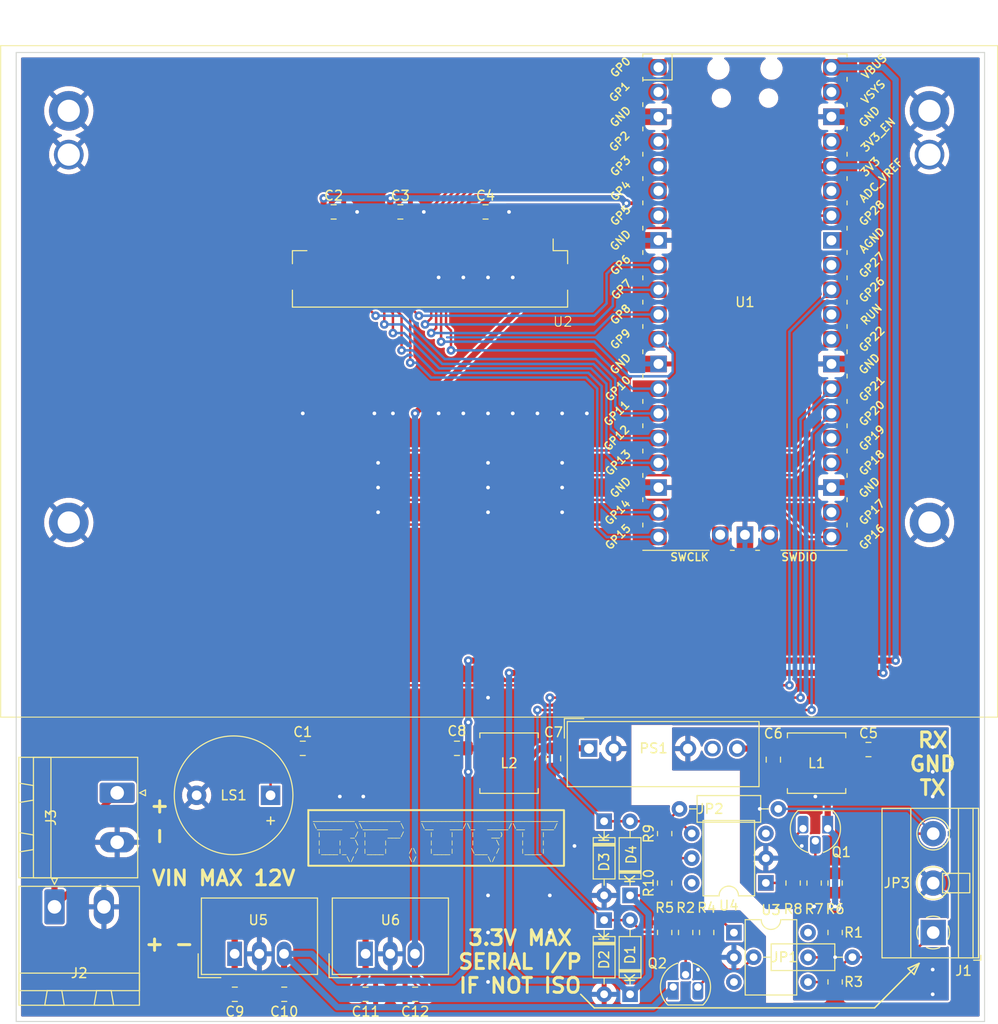
<source format=kicad_pcb>
(kicad_pcb (version 20221018) (generator pcbnew)
  (layers (0 "F.Cu" signal) (31 "B.Cu" signal) (34 "B.Paste" user) (35 "F.Paste" user) (36 "B.SilkS" user "B.Silkscreen") (37 "F.SilkS" user "F.Silkscreen") (38 "B.Mask" user) (39 "F.Mask" user) (44 "Edge.Cuts" user))
  (net 0 "")
  (net 1 "GND")
  (net 2 "/CON_RX")
  (net 3 "/CON_TX")
  (net 6 "+12V")
  (net 8 "/BLPWM")
  (net 12 "/HRV_VRV")
  (net 14 "+3V3")
  (net 16 "/RED4")
  (net 17 "/RED3")
  (net 18 "/RED2")
  (net 19 "/RED1")
  (net 20 "/RED0")
  (net 21 "/GREEN4")
  (net 22 "/GREEN3")
  (net 23 "/GREEN2")
  (net 24 "/GREEN1")
  (net 25 "/GREEN0")
  (net 26 "/BLUE4")
  (net 27 "/BLUE3")
  (net 28 "/BLUE2")
  (net 29 "/BLUE1")
  (net 30 "/BLUE0")
  (net 31 "/PCLK")
  (net 32 "/VSYNC")
  (net 33 "/HSYNC")
  (net 35 "+5V")
  (net 36 "/BEEPER")
  (net 37 "/DEN")
  (net 44 "GNDREF")
  (net 45 "/TX_ISO")
  (net 46 "Net-(PS1-+VOUT)")
  (net 47 "Net-(PS1-+VIN)")
  (net 48 "Net-(R10-Pad2)")
  (net 50 "+12P")
  (net 51 "+BATT")
  (net 52 "Net-(Q2-B)")
  (net 53 "Net-(Q1-B)")
  (net 54 "Net-(Q1-E)")
  (net 55 "/RX_ISO")
  (net 56 "Net-(Q2-E)")
  (net 57 "Net-(R8-Pad2)")
  (net 58 "Net-(R4-Pad2)")
  (net 59 "Net-(R1-Pad2)")
  (net 66 "/PON")
  (footprint "MCU_RaspberryPi_and_Boards:RPi_Pico_SMD_TH" (layer "F.Cu") (at 102.616 50.8)
    (fp_text reference "U1")
    (fp_text value "Pico")
  )
  (footprint "Resistor_SMD:R_0805_2012Metric_Pad1.20x1.40mm_HandSolder" (layer "F.Cu") (at 107.569 110.49 -90)
    (fp_text reference "R8")
    (fp_text value "220")
  )
  (footprint "Diode_THT:D_DO-35_SOD27_P7.62mm_Horizontal" (layer "F.Cu") (at 90.805 111.76 90)
    (fp_text reference "D3")
    (fp_text value "1N914")
  )
  (footprint "Diode_THT:D_DO-35_SOD27_P7.62mm_Horizontal" (layer "F.Cu") (at 90.805 121.92 90)
    (fp_text reference "D1")
    (fp_text value "1N914")
  )
  (footprint "Buzzer_Beeper:Buzzer_12x9.5RM7.6" (layer "F.Cu") (at 53.838 101.473 180)
    (fp_text reference "LS1")
    (fp_text value "Piezo Buzzer")
  )
  (footprint "Resistor_SMD:R_0805_2012Metric_Pad1.20x1.40mm_HandSolder" (layer "F.Cu") (at 111.887 115.57 -90)
    (fp_text reference "R1")
    (fp_text value "4K8")
  )
  (footprint "Connector_Phoenix_MSTB:PhoenixContact_MSTBA_2,5_2-G-5,08_1x02_P5.08mm_Horizontal" (layer "F.Cu") (at 38.0675 101.219 -90)
    (fp_text reference "J3")
    (fp_text value "Power_2")
  )
  (footprint "Capacitor_SMD:C_0805_2012Metric_Pad1.18x1.45mm_HandSolder" (layer "F.Cu") (at 55.245 121.92 180)
    (fp_text reference "C10")
    (fp_text value "100nF")
  )
  (footprint "Resistor_THT:R_Axial_DIN0207_L6.3mm_D2.5mm_P10.16mm_Horizontal" (layer "F.Cu") (at 106.045 102.87 180)
    (fp_text reference "JP2")
    (fp_text value "RX_ISO")
  )
  (footprint "Inductor_SMD:L_Coilcraft_XAL5050-XXX" (layer "F.Cu") (at 109.982 98.171 180)
    (fp_text reference "L1")
    (fp_text value "100uH")
  )
  (footprint "Capacitor_SMD:C_0805_2012Metric_Pad1.18x1.45mm_HandSolder" (layer "F.Cu") (at 75.946 41.529)
    (fp_text reference "C4")
    (fp_text value "100nF")
  )
  (footprint "Resistor_SMD:R_0805_2012Metric_Pad1.20x1.40mm_HandSolder" (layer "F.Cu") (at 94.361 105.41 -90)
    (fp_text reference "R9")
    (fp_text value "10K")
  )
  (footprint "Resistor_SMD:R_0805_2012Metric_Pad1.20x1.40mm_HandSolder" (layer "F.Cu") (at 111.887 120.65 -90)
    (fp_text reference "R3")
    (fp_text value "10K")
  )
  (footprint "Resistor_SMD:R_0805_2012Metric_Pad1.20x1.40mm_HandSolder" (layer "F.Cu") (at 94.361 110.49 90)
    (fp_text reference "R10")
    (fp_text value "4K8")
  )
  (footprint "Capacitor_SMD:C_0805_2012Metric_Pad1.18x1.45mm_HandSolder" (layer "F.Cu") (at 63.6055 121.92)
    (fp_text reference "C11")
    (fp_text value "100nF")
  )
  (footprint "Capacitor_SMD:C_0805_2012Metric_Pad1.18x1.45mm_HandSolder" (layer "F.Cu") (at 50.165 121.92)
    (fp_text reference "C9")
    (fp_text value "100nF")
  )
  (footprint "Connector_Phoenix_MSTB:PhoenixContact_MSTBA_2,5_2-G-5,08_1x02_P5.08mm_Horizontal" (layer "F.Cu") (at 31.623 112.9355)
    (fp_text reference "J2")
    (fp_text value "Power_1")
  )
  (footprint "Capacitor_SMD:C_0805_2012Metric_Pad1.18x1.45mm_HandSolder" (layer "F.Cu") (at 73.0035 96.647 180)
    (fp_text reference "C8")
    (fp_text value "100nF")
  )
  (footprint "Converter_DCDC:Converter_DCDC_TRACO_TSR-1_THT" (layer "F.Cu") (at 50.1455 117.7605)
    (fp_text reference "U5")
    (fp_text value "TSR_1-2450")
  )
  (footprint "Resistor_SMD:R_0805_2012Metric_Pad1.20x1.40mm_HandSolder" (layer "F.Cu") (at 111.887 110.49 -90)
    (fp_text reference "R6")
    (fp_text value "10K")
  )
  (footprint "Capacitor_SMD:C_0805_2012Metric_Pad1.18x1.45mm_HandSolder" (layer "F.Cu") (at 57.15 96.647)
    (fp_text reference "C1")
    (fp_text value "100uF")
  )
  (footprint "Resistor_THT:R_Axial_DIN0207_L6.3mm_D2.5mm_P10.16mm_Horizontal" (layer "F.Cu") (at 113.665 118.11 180)
    (fp_text reference "JP1")
    (fp_text value "TX_ISO")
  )
  (footprint "Package_TO_SOT_THT:TO-92L_HandSolder" (layer "F.Cu") (at 95.238 121.17)
    (fp_text reference "Q2")
    (fp_text value "NPN")
  )
  (footprint "Capacitor_SMD:C_0805_2012Metric_Pad1.18x1.45mm_HandSolder" (layer "F.Cu") (at 115.316 96.774)
    (fp_text reference "C5")
    (fp_text value "100nF")
  )
  (footprint "Diode_THT:D_DO-35_SOD27_P7.62mm_Horizontal" (layer "F.Cu") (at 88.138 104.14 -90)
    (fp_text reference "D4")
    (fp_text value "1N914")
  )
  (footprint "Diode_THT:D_DO-35_SOD27_P7.62mm_Horizontal" (layer "F.Cu") (at 88.138 114.3 -90)
    (fp_text reference "D2")
    (fp_text value "1N914")
  )
  (footprint "LQ042:LQ042TDZ11" (layer "F.Cu") (at 33.0902 73.441)
    (fp_text reference "U2")
    (fp_text value "LQ042T5DZ11")
  )
  (footprint "Capacitor_SMD:C_0805_2012Metric_Pad1.18x1.45mm_HandSolder" (layer "F.Cu") (at 60.325 41.529)
    (fp_text reference "C2")
    (fp_text value "100nF")
  )
  (footprint "Package_TO_SOT_THT:TO-92L_HandSolder" (layer "F.Cu") (at 111.125 104.89 180)
    (fp_text reference "Q1")
    (fp_text value "NPN")
  )
  (footprint "Converter_DCDC:Converter_DCDC_TRACO_TSR-1_THT" (layer "F.Cu") (at 63.6075 117.7605)
    (fp_text reference "U6")
    (fp_text value "TSR_1-2412")
  )
  (footprint "Capacitor_SMD:C_0805_2012Metric_Pad1.18x1.45mm_HandSolder" (layer "F.Cu") (at 82.931 97.6845 -90)
    (fp_text reference "C7")
    (fp_text value "100nF")
  )
  (footprint "Resistor_SMD:R_0805_2012Metric_Pad1.20x1.40mm_HandSolder" (layer "F.Cu") (at 96.52 115.57 -90)
    (fp_text reference "R2")
    (fp_text value "10K")
  )
  (footprint "Jumper:SolderJumper-2_P1.3mm_Open_TrianglePad1.0x1.5mm" (layer "F.Cu") (at 124.333 110.49)
    (fp_text reference "JP3")
    (fp_text value "GND_ISO")
  )
  (footprint "Resistor_SMD:R_0805_2012Metric_Pad1.20x1.40mm_HandSolder" (layer "F.Cu") (at 98.679 115.57 90)
    (fp_text reference "R4")
    (fp_text value "220")
  )
  (footprint "Capacitor_SMD:C_0805_2012Metric_Pad1.18x1.45mm_HandSolder" (layer "F.Cu") (at 68.707 121.92 180)
    (fp_text reference "C12")
    (fp_text value "100nF")
  )
  (footprint "Inductor_SMD:L_Coilcraft_XAL5050-XXX" (layer "F.Cu") (at 78.359 98.171 180)
    (fp_text reference "L2")
    (fp_text value "100uH")
  )
  (footprint "Converter_DCDC:Converter_DCDC_Murata_MGJ2DxxxxxxSC_THT" (layer "F.Cu") (at 86.5845 96.6735)
    (fp_text reference "PS1")
    (fp_text value "MGJ2D051515SC")
  )
  (footprint "Resistor_SMD:R_0805_2012Metric_Pad1.20x1.40mm_HandSolder" (layer "F.Cu") (at 94.361 115.57 90)
    (fp_text reference "R5")
    (fp_text value "100K")
  )
  (footprint "TerminalBlock_Phoenix:TerminalBlock_Phoenix_MKDS-1,5-3-5.08_1x03_P5.08mm_Horizontal" (layer "F.Cu") (at 121.971 115.575 90)
    (fp_text reference "J1")
    (fp_text value "SERIAL")
  )
  (footprint "Package_DIP:DIP-6_W7.62mm" (layer "F.Cu") (at 104.765 110.475 180)
    (fp_text reference "U4")
    (fp_text value "4N25")
  )
  (footprint "Capacitor_SMD:C_0805_2012Metric_Pad1.18x1.45mm_HandSolder" (layer "F.Cu") (at 67.183 41.529)
    (fp_text reference "C3")
    (fp_text value "100nF")
  )
  (footprint "Resistor_SMD:R_0805_2012Metric_Pad1.20x1.40mm_HandSolder" (layer "F.Cu") (at 109.728 110.49 -90)
    (fp_text reference "R7")
    (fp_text value "100K")
  )
  (footprint "Capacitor_SMD:C_0805_2012Metric_Pad1.18x1.45mm_HandSolder" (layer "F.Cu") (at 105.537 97.8115 -90)
    (fp_text reference "C6")
    (fp_text value "100nF")
  )
  (footprint "Package_DIP:DIP-6_W7.62mm" (layer "F.Cu") (at 101.483 115.585)
    (fp_text reference "U3")
    (fp_text value "4N25")
  )
  (gr_line (start 87.122 123.317) (end 115.951 123.317) (stroke (width 0.1524)) (layer "F.SilkS"))
  (gr_line (start 120.523 118.745) (end 119.38 119.253) (stroke (width 0.1524)) (layer "F.SilkS"))
  (gr_line (start 120.015 119.888) (end 120.523 118.745) (stroke (width 0.1524)) (layer "F.SilkS"))
  (gr_line (start 85.725 121.92) (end 87.122 123.317) (stroke (width 0.1524)) (layer "F.SilkS"))
  (gr_line (start 115.951 123.317) (end 120.523 118.745) (stroke (width 0.1524)) (layer "F.SilkS"))
  (gr_line (start 119.38 119.253) (end 120.015 119.888) (stroke (width 0.1524)) (layer "F.SilkS"))
  (gr_line (start 127.254 25.146) (end 127.254 124.714) (stroke (width 0.1)) (layer "Edge.Cuts"))
  (gr_line (start 27.686 124.714) (end 27.686 25.146) (stroke (width 0.1)) (layer "Edge.Cuts"))
  (gr_line (start 27.686 25.146) (end 127.254 25.146) (stroke (width 0.1)) (layer "Edge.Cuts"))
  (gr_line (start 127.254 124.714) (end 27.686 124.714) (stroke (width 0.1)) (layer "Edge.Cuts"))
  (gr_text "+ -" (at 43.434 117.602) (layer "F.SilkS") (effects (font (size 1.524 1.524) (thickness 0.3048) bold) (justify bottom)))
  (gr_text "VIN MAX 12V" (at 49.022 110.871) (layer "F.SilkS") (effects (font (size 1.524 1.524) (thickness 0.3048) bold) (justify bottom)))
  (gr_text "3.3V MAX\nSERIAL I/P\nIF NOT ISO" (at 79.502 121.92) (layer "F.SilkS") (effects (font (size 1.524 1.524) (thickness 0.3048) bold) (justify bottom)))
  (gr_text "RX\nGND\nTX" (at 121.92 101.6) (layer "F.SilkS") (effects (font (size 1.524 1.524) (thickness 0.3048) bold) (justify bottom)))
  (gr_text "+ -" (at 41.656 104.14 -90) (layer "F.SilkS") (effects (font (size 1.524 1.524) (thickness 0.3048) bold) (justify bottom)))
  (gr_text_box "__________ __________     _________________________________\n\\______   \\\\______   \\    \\__    ___/\\_   _____/\\__    ___/\n |       _/ |     ___/      |    |    |    __)    |    |   \n |    |   \\ |    |          |    |    |     \\     |    |   \n |____|_  / |____|     /\\   |____|    \\___  /     |____|   \n        \\/             \\/                 \\/               " (start 57.7215 102.997) (end 84.0105 108.712) (layer "F.SilkS") (effects (font (size 0.508 0.508) (thickness 0.0635) bold) (justify left top)) (stroke (width 0.2)))
  (segment (start 61.485 41.6515) (end 61.3625 41.529) (width 0.254) (layer "F.Cu") (net 1))
  (segment (start 66.1475 121.7735) (end 66.294 121.92) (width 0.254) (layer "F.Cu") (net 1))
  (segment (start 64.643 121.92) (end 66.294 121.92) (width 0.254) (layer "F.Cu") (net 1))
  (segment (start 66.1475 117.7605) (end 66.1475 121.7735) (width 0.254) (layer "F.Cu") (net 1))
  (segment (start 52.6855 121.9005) (end 52.705 121.92) (width 0.254) (layer "F.Cu") (net 1))
  (segment (start 76.9835 41.529) (end 78.359 41.529) (width 0.254) (layer "F.Cu") (net 1))
  (segment (start 51.2025 121.92) (end 52.705 121.92) (width 0.254) (layer "F.Cu") (net 1))
  (segment (start 52.6855 117.7605) (end 52.6855 121.9005) (width 0.254) (layer "F.Cu") (net 1))
  (segment (start 61.3625 41.529) (end 62.738 41.529) (width 0.254) (layer "F.Cu") (net 1))
  (segment (start 58.1875 96.647) (end 71.966 96.647) (width 0.254) (layer "F.Cu") (net 1))
  (segment (start 66.294 121.92) (end 67.6695 121.92) (width 0.254) (layer "F.Cu") (net 1))
  (segment (start 76.9835 41.529) (end 75.485 43.0275) (width 0.254) (layer "F.Cu") (net 1))
  (segment (start 68.2205 41.529) (end 69.596 41.529) (width 0.254) (layer "F.Cu") (net 1))
  (segment (start 41.412 106.299) (end 46.238 101.473) (width 0.254) (layer "F.Cu") (net 1))
  (segment (start 38.0675 106.299) (end 41.412 106.299) (width 0.254) (layer "F.Cu") (net 1))
  (segment (start 75.485 43.0275) (end 75.485 44.958) (width 0.254) (layer "F.Cu") (net 1))
  (segment (start 52.705 121.92) (end 54.2075 121.92) (width 0.254) (layer "F.Cu") (net 1))
  (via (at 83.82 67.31) (size 0.889) (drill 0.381) (layers "F.Cu" "B.Cu") (net 1))
  (via (at 83.82 69.85) (size 0.889) (drill 0.381) (layers "F.Cu" "B.Cu") (net 1))
  (via (at 66.421 62.23) (size 0.889) (drill 0.381) (layers "F.Cu" "B.Cu") (net 1))
  (via (at 73.66 48.26) (size 0.889) (drill 0.381) (layers "F.Cu" "B.Cu") (net 1))
  (via (at 69.596 41.529) (size 0.889) (drill 0.381) (layers "F.Cu" "B.Cu") (net 1))
  (via (at 63.373 101.6) (size 0.889) (drill 0.381) (layers "F.Cu" "B.Cu") (net 1))
  (via (at 76.2 111.76) (size 0.889) (drill 0.381) (layers "F.Cu" "B.Cu") (net 1))
  (via (at 76.2 115.57) (size 0.889) (drill 0.381) (layers "F.Cu" "B.Cu") (net 1))
  (via (at 60.96 101.6) (size 0.889) (drill 0.381) (layers "F.Cu" "B.Cu") (net 1))
  (via (at 76.2 67.31) (size 0.889) (drill 0.381) (layers "F.Cu" "B.Cu") (net 1))
  (via (at 82.55 111.76) (size 0.889) (drill 0.381) (layers "F.Cu" "B.Cu") (net 1))
  (via (at 73.66 62.23) (size 0.889) (drill 0.381) (layers "F.Cu" "B.Cu") (net 1))
  (via (at 64.897 72.39) (size 0.889) (drill 0.381) (layers "F.Cu" "B.Cu") (net 1))
  (via (at 76.2 48.26) (size 0.889) (drill 0.381) (layers "F.Cu" "B.Cu") (net 1))
  (via (at 76.2 120.65) (size 0.889) (drill 0.381) (layers "F.Cu" "B.Cu") (net 1))
  (via (at 78.74 48.26) (size 0.889) (drill 0.381) (layers "F.Cu" "B.Cu") (net 1))
  (via (at 97.79 119.38) (size 0.889) (drill 0.381) (layers "F.Cu" "B.Cu") (net 1))
  (via (at 86.36 62.23) (size 0.889) (drill 0.381) (layers "F.Cu" "B.Cu") (net 1))
  (via (at 76.2 69.85) (size 0.889) (drill 0.381) (layers "F.Cu" "B.Cu") (net 1))
  (via (at 64.516 62.23) (size 0.889) (drill 0.381) (layers "F.Cu" "B.Cu") (net 1))
  (via (at 64.897 67.31) (size 0.889) (drill 0.381) (layers "F.Cu" "B.Cu") (net 1))
  (via (at 76.2 91.44) (size 0.889) (drill 0.381) (layers "F.Cu" "B.Cu") (net 1))
  (via (at 62.738 41.529) (size 0.889) (drill 0.381) (layers "F.Cu" "B.Cu") (net 1))
  (via (at 64.897 69.85) (size 0.889) (drill 0.381) (layers "F.Cu" "B.Cu") (net 1))
  (via (at 78.74 62.23) (size 0.889) (drill 0.381) (layers "F.Cu" "B.Cu") (net 1))
  (via (at 81.28 62.23) (size 0.889) (drill 0.381) (layers "F.Cu" "B.Cu") (net 1))
  (via (at 78.359 41.529) (size 0.889) (drill 0.381) (layers "F.Cu" "B.Cu") (net 1))
  (via (at 71.12 48.26) (size 0.889) (drill 0.381) (layers "F.Cu" "B.Cu") (net 1))
  (via (at 71.12 62.23) (size 0.889) (drill 0.381) (layers "F.Cu" "B.Cu") (net 1))
  (via (at 83.82 62.23) (size 0.889) (drill 0.381) (layers "F.Cu" "B.Cu") (net 1))
  (via (at 76.2 62.23) (size 0.889) (drill 0.381) (layers "F.Cu" "B.Cu") (net 1))
  (via (at 82.55 115.57) (size 0.889) (drill 0.381) (layers "F.Cu" "B.Cu") (net 1))
  (via (at 83.82 72.39) (size 0.889) (drill 0.381) (layers "F.Cu" "B.Cu") (net 1))
  (via (at 85.09 106.68) (size 0.889) (drill 0.381) (layers "F.Cu" "B.Cu") (net 1))
  (via (at 76.2 72.39) (size 0.889) (drill 0.381) (layers "F.Cu" "B.Cu") (net 1))
  (via (at 57.15 62.23) (size 0.889) (drill 0.381) (layers "F.Cu" "B.Cu") (net 1))
  (segment (start 90.805 104.14) (end 88.138 104.14) (width 0.254) (layer "F.Cu") (net 2))
  (segment (start 94.361 104.41) (end 96.16 104.41) (width 0.254) (layer "F.Cu") (net 2))
  (segment (start 95.901 102.87) (end 94.361 104.41) (width 0.254) (layer "F.Cu") (net 2))
  (segment (start 108.331 91.44) (end 82.55 91.44) (width 0.254) (layer "F.Cu") (net 2))
  (segment (start 94.361 104.41) (end 94.091 104.14) (width 0.254) (layer "F.Cu") (net 2))
  (segment (start 94.091 104.14) (end 90.805 104.14) (width 0.254) (layer "F.Cu") (net 2))
  (segment (start 96.16 104.41) (end 97.145 105.395) (width 0.254) (layer "F.Cu") (net 2))
  (via (at 108.331 91.44) (size 0.889) (drill 0.381) (layers "F.Cu" "B.Cu") (net 2))
  (via (at 82.55 91.44) (size 0.889) (drill 0.381) (layers "F.Cu" "B.Cu") (net 2))
  (segment (start 82.55 98.552) (end 88.138 104.14) (width 0.254) (layer "B.Cu") (net 2))
  (segment (start 82.55 91.44) (end 82.55 98.552) (width 0.254) (layer "B.Cu") (net 2))
  (segment (start 108.585 62.611) (end 108.331 62.865) (width 0.254) (layer "B.Cu") (net 2))
  (segment (start 108.331 62.865) (end 108.331 91.44) (width 0.254) (layer "B.Cu") (net 2))
  (segment (start 111.506 59.69) (end 108.585 62.611) (width 0.254) (layer "B.Cu") (net 2))
  (segment (start 99.949 118.491) (end 99.949 116.205) (width 0.254) (layer "F.Cu") (net 3))
  (segment (start 90.805 114.3) (end 88.138 114.3) (width 0.254) (layer "F.Cu") (net 3))
  (segment (start 100.838 119.38) (end 99.949 118.491) (width 0.254) (layer "F.Cu") (net 3))
  (segment (start 102.235 119.38) (end 100.838 119.38) (width 0.254) (layer "F.Cu") (net 3))
  (segment (start 99.314 115.57) (end 97.52 115.57) (width 0.254) (layer "F.Cu") (net 3))
  (segment (start 96.52 114.57) (end 95.5898 115.5002) (width 0.254) (layer "F.Cu") (net 3))
  (segment (start 92.0052 115.5002) (end 90.805 114.3) (width 0.254) (layer "F.Cu") (net 3))
  (segment (start 95.5898 115.5002) (end 92.0052 115.5002) (width 0.254) (layer "F.Cu") (net 3))
  (segment (start 97.52 115.57) (end 96.52 114.57) (width 0.254) (layer "F.Cu") (net 3))
  (segment (start 109.474 92.71) (end 81.28 92.71) (width 0.254) (layer "F.Cu") (net 3))
  (segment (start 103.505 118.11) (end 102.235 119.38) (width 0.254) (layer "F.Cu") (net 3))
  (segment (start 99.949 116.205) (end 99.314 115.57) (width 0.254) (layer "F.Cu") (net 3))
  (via (at 81.28 92.71) (size 0.889) (drill 0.381) (layers "F.Cu" "B.Cu") (net 3))
  (via (at 109.474 92.71) (size 0.889) (drill 0.381) (layers "F.Cu" "B.Cu") (net 3))
  (segment (start 81.28 107.442) (end 88.138 114.3) (width 0.254) (layer "B.Cu") (net 3))
  (segment (start 109.474 64.262) (end 109.474 92.71) (width 0.254) (layer "B.Cu") (net 3))
  (segment (start 111.506 62.23) (end 109.474 64.262) (width 0.254) (layer "B.Cu") (net 3))
  (segment (start 81.28 92.71) (end 81.28 107.442) (width 0.254) (layer "B.Cu") (net 3))
  (segment (start 111.637 101.838) (end 111.637 98.171) (width 0.635) (layer "F.Cu") (net 6))
  (segment (start 111.887 112.903) (end 111.887 114.57) (width 0.635) (layer "F.Cu") (net 6))
  (segment (start 111.903 114.554) (end 111.887 114.57) (width 0.635) (layer "F.Cu") (net 6))
  (segment (start 111.125 102.35) (end 111.637 101.838) (width 0.635) (layer "F.Cu") (net 6))
  (segment (start 111.125 104.89) (end 111.125 102.35) (width 0.635) (layer "F.Cu") (net 6))
  (segment (start 113.034 96.774) (end 114.2785 96.774) (width 0.635) (layer "F.Cu") (net 6))
  (segment (start 111.637 98.171) (end 113.034 96.774) (width 0.635) (layer "F.Cu") (net 6))
  (via (at 111.887 112.903) (size 0.889) (drill 0.381) (layers "F.Cu" "B.Cu") (net 6))
  (segment (start 111.887 105.652) (end 111.887 112.903) (width 0.635) (layer "B.Cu") (net 6))
  (segment (start 111.125 104.89) (end 111.887 105.652) (width 0.635) (layer "B.Cu") (net 6))
  (segment (start 78.485 43.816) (end 78.485 44.958) (width 0.254) (layer "F.Cu") (net 8))
  (segment (start 79.121 43.18) (end 107.95 43.18) (width 0.254) (layer "F.Cu") (net 8))
  (segment (start 107.95 43.18) (end 109.22 41.91) (width 0.254) (layer "F.Cu") (net 8))
  (segment (start 79.121 43.18) (end 78.485 43.816) (width 0.254) (layer "F.Cu") (net 8))
  (segment (start 109.22 41.91) (end 111.506 41.91) (width 0.254) (layer "F.Cu") (net 8))
  (segment (start 76.485 43.657) (end 76.962 43.18) (width 0.254) (layer "F.Cu") (net 12))
  (segment (start 75.985 44.958) (end 76.485 44.958) (width 0.254) (layer "F.Cu") (net 12))
  (segment (start 78.867 42.672) (end 90.043 42.672) (width 0.254) (layer "F.Cu") (net 12))
  (segment (start 78.359 43.18) (end 78.867 42.672) (width 0.254) (layer "F.Cu") (net 12))
  (segment (start 76.962 43.18) (end 78.359 43.18) (width 0.254) (layer "F.Cu") (net 12))
  (segment (start 90.043 42.672) (end 90.805 41.91) (width 0.254) (layer "F.Cu") (net 12))
  (segment (start 90.805 41.91) (end 93.726 41.91) (width 0.254) (layer "F.Cu") (net 12))
  (segment (start 76.485 44.958) (end 76.485 43.657) (width 0.254) (layer "F.Cu") (net 12))
  (segment (start 109.22 39.243) (end 107.823 40.64) (width 0.635) (layer "F.Cu") (net 14))
  (segment (start 116.84 88.9) (end 78.359 88.9) (width 0.635) (layer "F.Cu") (net 14))
  (segment (start 76.3055 40.132) (end 89.916 40.132) (width 0.635) (layer "F.Cu") (net 14))
  (segment (start 74.3143 42.1232) (end 74.3143 44.958) (width 0.635) (layer "F.Cu") (net 14))
  (segment (start 66.1455 41.529) (end 66.1455 40.1535) (width 0.635) (layer "F.Cu") (net 14))
  (segment (start 74.9085 41.529) (end 76.3055 40.132) (width 0.635) (layer "F.Cu") (net 14))
  (segment (start 110.236 36.83) (end 109.22 37.846) (width 0.635) (layer "F.Cu") (net 14))
  (segment (start 109.22 37.846) (end 109.22 39.243) (width 0.635) (layer "F.Cu") (net 14))
  (segment (start 90.805 111.76) (end 94.091 111.76) (width 0.254) (layer "F.Cu") (net 14))
  (segment (start 66.1455 40.0265) (end 66.167 40.005) (width 0.635) (layer "F.Cu") (net 14))
  (segment (start 90.424 40.64) (end 95.377 40.64) (width 0.381) (layer "F.Cu") (net 14))
  (segment (start 59.2875 40.0265) (end 59.309 40.005) (width 0.635) (layer "F.Cu") (net 14))
  (segment (start 94.091 111.76) (end 94.361 111.49) (width 0.254) (layer "F.Cu") (net 14))
  (segment (start 74.9085 41.529) (end 74.3143 42.1232) (width 0.635) (layer "F.Cu") (net 14))
  (segment (start 59.2875 41.529) (end 59.2875 40.1535) (width 0.635) (layer "F.Cu") (net 14))
  (segment (start 89.916 40.132) (end 90.424 40.64) (width 0.635) (layer "F.Cu") (net 14))
  (segment (start 111.506 36.83) (end 110.236 36.83) (width 0.635) (layer "F.Cu") (net 14))
  (segment (start 107.823 40.64) (end 95.377 40.64) (width 0.635) (layer "F.Cu") (net 14))
  (segment (start 59.2875 40.1535) (end 59.309 40.132) (width 0.635) (layer "F.Cu") (net 14))
  (segment (start 66.1455 40.1535) (end 66.167 40.132) (width 0.635) (layer "F.Cu") (net 14))
  (via (at 78.359 88.9) (size 0.889) (drill 0.381) (layers "F.Cu" "B.Cu") (net 14))
  (via (at 59.309 40.132) (size 0.889) (drill 0.381) (layers "F.Cu" "B.Cu") (net 14))
  (via (at 66.167 40.132) (size 0.889) (drill 0.381) (layers "F.Cu" "B.Cu") (net 14))
  (via (at 116.84 88.9) (size 0.889) (drill 0.381) (layers "F.Cu" "B.Cu") (net 14))
  (via (at 90.424 40.64) (size 0.889) (drill 0.381) (layers "F.Cu" "B.Cu") (net 14))
  (segment (start 92.71 113.665) (end 90.805 111.76) (width 0.635) (layer "B.Cu") (net 14))
  (segment (start 92.71 120.015) (end 92.71 113.665) (width 0.635) (layer "B.Cu") (net 14))
  (segment (start 115.57 36.83) (end 116.84 38.1) (width 0.635) (layer "B.Cu") (net 14))
  (segment (start 79.883 120.523) (end 89.408 120.523) (width 0.635) (layer "B.Cu") (net 14))
  (segment (start 66.167 40.132) (end 89.916 40.132) (width 0.635) (layer "B.Cu") (net 14))
  (segment (start 59.309 40.132) (end 66.167 40.132) (width 0.635) (layer "B.Cu") (net 14))
  (segment (start 78.359 118.999) (end 79.883 120.523) (width 0.635) (layer "B.Cu") (net 14))
  (segment (start 111.506 36.83) (end 115.57 36.83) (width 0.635) (layer "B.Cu") (net 14))
  (segment (start 116.84 38.1) (end 116.84 88.9) (width 0.635) (layer "B.Cu") (net 14))
  (segment (start 89.916 40.132) (end 90.424 40.64) (width 0.635) (layer "B.Cu") (net 14))
  (segment (start 90.805 121.92) (end 92.71 120.015) (width 0.635) (layer "B.Cu") (net 14))
  (segment (start 89.408 120.523) (end 90.805 121.92) (width 0.635) (layer "B.Cu") (net 14))
  (segment (start 78.359 88.9) (end 78.359 118.999) (width 0.635) (layer "B.Cu") (net 14))
  (segment (start 93.726 39.37) (end 74.699156 39.37) (width 0.254) (layer "F.Cu") (net 16))
  (segment (start 72.485 41.584156) (end 72.485 44.958) (width 0.254) (layer "F.Cu") (net 16))
  (segment (start 74.699156 39.37) (end 72.485 41.584156) (width 0.254) (layer "F.Cu") (net 16))
  (segment (start 74.509778 38.9128) (end 88.4682 38.9128) (width 0.254) (layer "F.Cu") (net 17))
  (segment (start 90.551 36.83) (end 93.726 36.83) (width 0.254) (layer "F.Cu") (net 17))
  (segment (start 88.4682 38.9128) (end 90.551 36.83) (width 0.254) (layer "F.Cu") (net 17))
  (segment (start 71.985 44.958) (end 71.985 41.437578) (width 0.254) (layer "F.Cu") (net 17))
  (segment (start 71.985 41.437578) (end 74.509778 38.9128) (width 0.254) (layer "F.Cu") (net 17))
  (segment (start 88.9 35.433) (end 88.9 37.8206) (width 0.254) (layer "F.Cu") (net 18))
  (segment (start 88.9 37.8206) (end 88.265 38.4556) (width 0.254) (layer "F.Cu") (net 18))
  (segment (start 93.726 34.29) (end 90.043 34.29) (width 0.254) (layer "F.Cu") (net 18))
  (segment (start 90.043 34.29) (end 88.9 35.433) (width 0.254) (layer "F.Cu") (net 18))
  (segment (start 88.265 38.4556) (end 74.3204 38.4556) (width 0.254) (layer "F.Cu") (net 18))
  (segment (start 74.3204 38.4556) (end 71.485 41.291) (width 0.254) (layer "F.Cu") (net 18))
  (segment (start 71.485 41.291) (end 71.485 44.958) (width 0.254) (layer "F.Cu") (net 18))
  (segment (start 88.392 30.988) (end 90.17 29.21) (width 0.254) (layer "F.Cu") (net 19))
  (segment (start 88.392 37.3634) (end 88.392 30.988) (width 0.254) (layer "F.Cu") (net 19))
  (segment (start 87.7824 37.973) (end 88.392 37.3634) (width 0.254) (layer "F.Cu") (net 19))
  (segment (start 74.156422 37.973) (end 87.7824 37.973) (width 0.254) (layer "F.Cu") (net 19))
  (segment (start 70.985 41.144422) (end 74.156422 37.973) (width 0.254) (layer "F.Cu") (net 19))
  (segment (start 90.17 29.21) (end 93.726 29.21) (width 0.254) (layer "F.Cu") (net 19))
  (segment (start 70.985 44.958) (end 70.985 41.144422) (width 0.254) (layer "F.Cu") (net 19))
  (segment (start 70.485 40.997844) (end 70.485 44.958) (width 0.254) (layer "F.Cu") (net 20))
  (segment (start 90.17 26.67) (end 87.884 28.956) (width 0.254) (layer "F.Cu") (net 20))
  (segment (start 87.376 37.5158) (end 73.967044 37.5158) (width 0.254) (layer "F.Cu") (net 20))
  (segment (start 73.967044 37.5158) (end 70.485 40.997844) (width 0.254) (layer "F.Cu") (net 20))
  (segment (start 87.884 37.0078) (end 87.376 37.5158) (width 0.254) (layer "F.Cu") (net 20))
  (segment (start 87.884 28.956) (end 87.884 37.0078) (width 0.254) (layer "F.Cu") (net 20))
  (segment (start 93.726 26.67) (end 90.17 26.67) (width 0.254) (layer "F.Cu") (net 20))
  (segment (start 69.342 49.149) (end 70.485 49.149) (width 0.254) (layer "F.Cu") (net 21))
  (segment (start 71.882 53.213) (end 72.39 53.721) (width 0.254) (layer "F.Cu") (net 21))
  (segment (start 72.39 53.721) (end 72.39 55.753) (width 0.254) (layer "F.Cu") (net 21))
  (segment (start 68.985 44.958) (end 68.985 48.792) (width 0.254) (layer "F.Cu") (net 21))
  (segment (start 71.882 50.546) (end 71.882 53.213) (width 0.254) (layer "F.Cu") (net 21))
  (segment (start 68.985 48.792) (end 69.342 49.149) (width 0.254) (layer "F.Cu") (net 21))
  (segment (start 70.485 49.149) (end 71.882 50.546) (width 0.254) (layer "F.Cu") (net 21))
  (via (at 72.39 55.753) (size 0.889) (drill 0.381) (layers "F.Cu" "B.Cu") (net 21))
  (segment (start 72.39 55.753) (end 87.122 55.753) (width 0.254) (layer "B.Cu") (net 21))
  (segment (start 91.059 59.69) (end 93.726 59.69) (width 0.254) (layer "B.Cu") (net 21))
  (segment (start 87.122 55.753) (end 91.059 59.69) (width 0.254) (layer "B.Cu") (net 21))
  (segment (start 71.374 50.8) (end 70.231 49.657) (width 0.254) (layer "F.Cu") (net 22))
  (segment (start 71.374 50.8) (end 71.374 54.864) (width 0.254) (layer "F.Cu") (net 22))
  (segment (start 68.485 49.181) (end 68.961 49.657) (width 0.254) (layer "F.Cu") (net 22))
  (segment (start 70.231 49.657) (end 68.961 49.657) (width 0.254) (layer "F.Cu") (net 22))
  (segment (start 68.485 44.958) (end 68.485 49.181) (width 0.254) (layer "F.Cu") (net 22))
  (via (at 71.374 54.864) (size 0.889) (drill 0.381) (layers "F.Cu" "B.Cu") (net 22))
  (segment (start 95.1865 56.0705) (end 95.1865 57.9755) (width 0.254) (layer "B.Cu") (net 22))
  (segment (start 94.742 58.42) (end 95.1865 57.9755) (width 0.254) (layer "B.Cu") (net 22))
  (segment (start 71.374 54.864) (end 87.122 54.864) (width 0.254) (layer "B.Cu") (net 22))
  (segment (start 90.678 58.42) (end 94.742 58.42) (width 0.254) (layer "B.Cu") (net 22))
  (segment (start 87.122 54.864) (end 90.678 58.42) (width 0.254) (layer "B.Cu") (net 22))
  (segment (start 93.726 54.61) (end 95.1865 56.0705) (width 0.254) (layer "B.Cu") (net 22))
  (segment (start 67.985 44.958) (end 67.985 49.57) (width 0.254) (layer "F.Cu") (net 23))
  (segment (start 67.985 49.57) (end 68.561511 50.146511) (width 0.254) (layer "F.Cu") (net 23))
  (segment (start 70.866 53.467) (end 70.358 53.975) (width 0.254) (layer "F.Cu") (net 23))
  (segment (start 69.958511 50.146511) (end 70.866 51.054) (width 0.254) (layer "F.Cu") (net 23))
  (segment (start 68.561511 50.146511) (end 69.958511 50.146511) (width 0.254) (layer "F.Cu") (net 23))
  (segment (start 70.866 51.054) (end 70.866 53.467) (width 0.254) (layer "F.Cu") (net 23))
  (via (at 70.358 53.975) (size 0.889) (drill 0.381) (layers "F.Cu" "B.Cu") (net 23))
  (segment (start 89.027 52.07) (end 93.726 52.07) (width 0.254) (layer "B.Cu") (net 23))
  (segment (start 87.122 53.975) (end 89.027 52.07) (width 0.254) (layer "B.Cu") (net 23))
  (segment (start 70.358 53.975) (end 87.122 53.975) (width 0.254) (layer "B.Cu") (net 23))
  (segment (start 70.358 52.451) (end 69.723 53.086) (width 0.254) (layer "F.Cu") (net 24))
  (segment (start 70.358 51.308) (end 70.358 52.197) (width 0.254) (layer "F.Cu") (net 24))
  (segment (start 69.653711 50.603711) (end 70.358 51.308) (width 0.254) (layer "F.Cu") (net 24))
  (segment (start 68.141289 50.603711) (end 69.653711 50.603711) (width 0.254) (layer "F.Cu") (net 24))
  (segment (start 67.485 49.947422) (end 68.141289 50.603711) (width 0.254) (layer "F.Cu") (net 24))
  (segment (start 67.485 44.958) (end 67.485 49.947422) (width 0.254) (layer "F.Cu") (net 24))
  (segment (start 70.358 52.197) (end 70.358 52.451) (width 0.254) (layer "F.Cu") (net 24))
  (via (at 69.723 53.086) (size 0.889) (drill 0.381) (layers "F.Cu" "B.Cu") (net 24))
  (segment (start 89.916 49.53) (end 93.726 49.53) (width 0.254) (layer "B.Cu") (net 24))
  (segment (start 89.027 50.419) (end 89.916 49.53) (width 0.254) (layer "B.Cu") (net 24))
  (segment (start 89.027 51.181) (end 87.122 53.086) (width 0.254) (layer "B.Cu") (net 24))
  (segment (start 89.027 50.419) (end 89.027 51.181) (width 0.254) (layer "B.Cu") (net 24))
  (segment (start 69.723 53.086) (end 87.122 53.086) (width 0.254) (layer "B.Cu") (net 24))
  (segment (start 66.985 50.094) (end 66.985 44.958) (width 0.254) (layer "F.Cu") (net 25))
  (segment (start 68.58 51.689) (end 66.985 50.094) (width 0.254) (layer "F.Cu") (net 25))
  (segment (start 68.58 51.689) (end 69.088 52.197) (width 0.254) (layer "F.Cu") (net 25))
  (via (at 69.088 52.197) (size 0.889) (drill 0.381) (layers "F.Cu" "B.Cu") (net 25))
  (segment (start 88.392 50.927) (end 88.392 47.879) (width 0.254) (layer "B.Cu") (net 25))
  (segment (start 89.281 46.99) (end 93.726 46.99) (width 0.254) (layer "B.Cu") (net 25))
  (segment (start 69.088 52.197) (end 87.122 52.197) (width 0.254) (layer "B.Cu") (net 25))
  (segment (start 87.122 52.197) (end 88.392 50.927) (width 0.254) (layer "B.Cu") (net 25))
  (segment (start 88.392 47.879) (end 89.281 46.99) (width 0.254) (layer "B.Cu") (net 25))
  (segment (start 65.485 49.713844) (end 65.485 44.958) (width 0.254) (layer "F.Cu") (net 26))
  (segment (start 68.199 52.427844) (end 68.199 57.023) (width 0.254) (layer "F.Cu") (net 26))
  (segment (start 68.199 52.427844) (end 65.485 49.713844) (width 0.254) (layer "F.Cu") (net 26))
  (via (at 68.199 57.023) (size 0.889) (drill 0.381) (layers "F.Cu" "B.Cu") (net 26))
  (segment (start 87.4268 59.69) (end 87.4268 73.9648) (width 0.254) (layer "B.Cu") (net 26))
  (segment (start 68.199 57.023) (end 68.834 57.023) (width 0.254) (layer "B.Cu") (net 26))
  (segment (start 87.4268 73.9648) (end 88.392 74.93) (width 0.254) (layer "B.Cu") (net 26))
  (segment (start 86.2838 58.547) (end 87.4268 59.69) (width 0.254) (layer "B.Cu") (net 26))
  (segment (start 68.834 57.023) (end 70.358 58.547) (width 0.254) (layer "B.Cu") (net 26))
  (segment (start 88.392 74.93) (end 93.726 74.93) (width 0.254) (layer "B.Cu") (net 26))
  (segment (start 70.358 58.547) (end 86.2838 58.547) (width 0.254) (layer "B.Cu") (net 26))
  (segment (start 64.985 49.860422) (end 67.31 52.185422) (width 0.254) (layer "F.Cu") (net 27))
  (segment (start 64.985 44.958) (end 64.985 49.860422) (width 0.254) (layer "F.Cu") (net 27))
  (segment (start 67.31 52.185422) (end 67.31 55.753) (width 0.254) (layer "F.Cu") (net 27))
  (via (at 67.31 55.753) (size 0.889) (drill 0.381) (layers "F.Cu" "B.Cu") (net 27))
  (segment (start 68.453 55.753) (end 70.7644 58.0644) (width 0.254) (layer "B.Cu") (net 27))
  (segment (start 87.884 59.436) (end 87.884 71.501) (width 0.254) (layer "B.Cu") (net 27))
  (segment (start 67.31 55.753) (end 68.453 55.753) (width 0.254) (layer "B.Cu") (net 27))
  (segment (start 88.773 72.39) (end 93.726 72.39) (width 0.254) (layer "B.Cu") (net 27))
  (segment (start 86.5124 58.0644) (end 87.884 59.436) (width 0.254) (layer "B.Cu") (net 27))
  (segment (start 70.7644 58.0644) (end 86.5124 58.0644) (width 0.254) (layer "B.Cu") (net 27))
  (segment (start 87.884 71.501) (end 88.773 72.39) (width 0.254) (layer "B.Cu") (net 27))
  (segment (start 66.421 51.943) (end 66.421 53.975) (width 0.254) (layer "F.Cu") (net 28))
  (segment (start 64.485 50.007) (end 64.485 44.958) (width 0.254) (layer "F.Cu") (net 28))
  (segment (start 66.421 51.943) (end 64.485 50.007) (width 0.254) (layer "F.Cu") (net 28))
  (via (at 66.421 53.975) (size 0.889) (drill 0.381) (layers "F.Cu" "B.Cu") (net 28))
  (segment (start 71.1962 57.6072) (end 86.7918 57.6072) (width 0.254) (layer "B.Cu") (net 28))
  (segment (start 86.7918 57.6072) (end 88.3666 59.182) (width 0.254) (layer "B.Cu") (net 28))
  (segment (start 88.3666 66.3956) (end 89.281 67.31) (width 0.254) (layer "B.Cu") (net 28))
  (segment (start 89.281 67.31) (end 93.726 67.31) (width 0.254) (layer "B.Cu") (net 28))
  (segment (start 67.564 53.975) (end 71.1962 57.6072) (width 0.254) (layer "B.Cu") (net 28))
  (segment (start 88.3666 59.182) (end 88.3666 66.3956) (width 0.254) (layer "B.Cu") (net 28))
  (segment (start 66.421 53.975) (end 67.564 53.975) (width 0.254) (layer "B.Cu") (net 28))
  (segment (start 65.532 51.816) (end 65.532 53.086) (width 0.254) (layer "F.Cu") (net 29))
  (segment (start 65.532 51.816) (end 63.985 50.269) (width 0.254) (layer "F.Cu") (net 29))
  (segment (start 63.985 50.269) (end 63.985 44.958) (width 0.254) (layer "F.Cu") (net 29))
  (via (at 65.532 53.086) (size 0.889) (drill 0.381) (layers "F.Cu" "B.Cu") (net 29))
  (segment (start 93.726 64.77) (end 93.726 64.262) (width 0.254) (layer "B.Cu") (net 29))
  (segment (start 88.8238 58.928) (end 88.8238 63.8048) (width 0.254) (layer "B.Cu") (net 29))
  (segment (start 87.0458 57.15) (end 88.8238 58.928) (width 0.254) (layer "B.Cu") (net 29))
  (segment (start 65.532 53.086) (end 67.437 53.086) (width 0.254) (layer "B.Cu") (net 29))
  (segment (start 88.8238 63.8048) (end 89.789 64.77) (width 0.254) (layer "B.Cu") (net 29))
  (segment (start 67.437 53.086) (end 71.501 57.15) (width 0.254) (layer "B.Cu") (net 29))
  (segment (start 71.501 57.15) (end 87.0458 57.15) (width 0.254) (layer "B.Cu") (net 29))
  (segment (start 89.789 64.77) (end 93.726 64.77) (width 0.254) (layer "B.Cu") (net 29))
  (segment (start 64.643 52.197) (end 63.485 51.039) (width 0.254) (layer "F.Cu") (net 30))
  (segment (start 63.485 51.039) (end 63.485 44.958) (width 0.254) (layer "F.Cu") (net 30))
  (via (at 64.643 52.197) (size 0.889) (drill 0.381) (layers "F.Cu" "B.Cu") (net 30))
  (segment (start 71.755 56.642) (end 87.249 56.642) (width 0.254) (layer "B.Cu") (net 30))
  (segment (start 89.281 61.468) (end 90.043 62.23) (width 0.254) (layer "B.Cu") (net 30))
  (segment (start 87.249 56.642) (end 89.281 58.674) (width 0.254) (layer "B.Cu") (net 30))
  (segment (start 67.31 52.197) (end 64.643 52.197) (width 0.254) (layer "B.Cu") (net 30))
  (segment (start 71.755 56.642) (end 67.31 52.197) (width 0.254) (layer "B.Cu") (net 30))
  (segment (start 89.281 58.674) (end 89.281 61.468) (width 0.254) (layer "B.Cu") (net 30))
  (segment (start 90.043 62.23) (end 93.726 62.23) (width 0.254) (layer "B.Cu") (net 30))
  (segment (start 63.5 68.58) (end 60.985 66.065) (width 0.254) (layer "F.Cu") (net 31))
  (segment (start 111.506 64.77) (end 107.696 68.58) (width 0.254) (layer "F.Cu") (net 31))
  (segment (start 60.985 66.065) (end 60.985 44.958) (width 0.254) (layer "F.Cu") (net 31))
  (segment (start 107.696 68.58) (end 63.5 68.58) (width 0.254) (layer "F.Cu") (net 31))
  (segment (start 110.236 71.12) (end 63.5 71.12) (width 0.254) (layer "F.Cu") (net 32))
  (segment (start 59.985 67.605) (end 59.985 65.954) (width 0.254) (layer "F.Cu") (net 32))
  (segment (start 63.5 71.12) (end 59.985 67.605) (width 0.254) (layer "F.Cu") (net 32))
  (segment (start 59.985 65.954) (end 59.985 44.958) (width 0.254) (layer "F.Cu") (net 32))
  (segment (start 111.506 72.39) (end 110.236 71.12) (width 0.254) (layer "F.Cu") (net 32))
  (segment (start 109.22 74.93) (end 106.68 72.39) (width 0.254) (layer "F.Cu") (net 33))
  (segment (start 97.409 73.66) (end 62.738 73.66) (width 0.254) (layer "F.Cu") (net 33))
  (segment (start 98.679 72.39) (end 97.409 73.66) (width 0.254) (layer "F.Cu") (net 33))
  (segment (start 58.985 69.907) (end 58.985 44.958) (width 0.254) (layer "F.Cu") (net 33))
  (segment (start 62.738 73.66) (end 58.985 69.907) (width 0.254) (layer "F.Cu") (net 33))
  (segment (start 111.506 74.93) (end 109.22 74.93) (width 0.254) (layer "F.Cu") (net 33))
  (segment (start 106.68 72.39) (end 98.679 72.39) (width 0.254) (layer "F.Cu") (net 33))
  (segment (start 76.704 98.171) (end 75.18 96.647) (width 0.635) (layer "F.Cu") (net 35))
  (segment (start 74.168 96.52) (end 74.041 96.647) (width 0.635) (layer "F.Cu") (net 35))
  (segment (start 74.168 87.63) (end 118.11 87.63) (width 0.635) (layer "F.Cu") (net 35))
  (segment (start 56.2825 121.92) (end 56.2825 121.0525) (width 0.635) (layer "F.Cu") (net 35))
  (segment (start 74.168 99.06) (end 74.168 96.774) (width 0.635) (layer "F.Cu") (net 35))
  (segment (start 55.2255 119.9955) (end 55.2255 117.7605) (width 0.635) (layer "F.Cu") (net 35))
  (segment (start 75.18 96.647) (end 74.041 96.647) (width 0.635) (layer "F.Cu") (net 35))
  (segment (start 74.168 93.98) (end 74.168 96.52) (width 0.635) (layer "F.Cu") (net 35))
  (segment (start 74.168 96.774) (end 74.041 96.647) (width 0.635) (layer "F.Cu") (net 35))
  (segment (start 56.2825 121.0525) (end 55.2255 119.9955) (width 0.635) (layer "F.Cu") (net 35))
  (via (at 74.168 93.98) (size 0.889) (drill 0.381) (layers "F.Cu" "B.Cu") (net 35))
  (via (at 74.168 87.63) (size 0.889) (drill 0.381) (layers "F.Cu" "B.Cu") (net 35))
  (via (at 74.168 99.06) (size 0.889) (drill 0.381) (layers "F.Cu" "B.Cu") (net 35))
  (via (at 118.11 87.63) (size 0.889) (drill 0.381) (layers "F.Cu" "B.Cu") (net 35))
  (segment (start 74.168 118.999) (end 74.168 99.06) (width 0.635) (layer "B.Cu") (net 35))
  (segment (start 60.833 120.523) (end 72.644 120.523) (width 0.635) (layer "B.Cu") (net 35))
  (segment (start 118.11 87.63) (end 118.11 27.94) (width 0.635) (layer "B.Cu") (net 35))
  (segment (start 93.1673 123.2407) (end 95.238 121.17) (width 0.635) (layer "B.Cu") (net 35))
  (segment (start 72.644 120.523) (end 74.168 118.999) (width 0.635) (layer "B.Cu") (net 35))
  (segment (start 55.2255 117.7605) (end 60.7057 123.2407) (width 0.635) (layer "B.Cu") (net 35))
  (segment (start 118.11 27.94) (end 116.84 26.67) (width 0.635) (layer "B.Cu") (net 35))
  (segment (start 74.168 99.06) (end 74.168 87.63) (width 0.635) (layer "B.Cu") (net 35))
  (segment (start 60.7057 123.2407) (end 93.1673 123.2407) (width 0.635) (layer "B.Cu") (net 35))
  (segment (start 116.84 26.67) (end 111.506 26.67) (width 0.635) (layer "B.Cu") (net 35))
  (segment (start 58.0705 117.7605) (end 60.833 120.523) (width 0.635) (layer "B.Cu") (net 35))
  (segment (start 55.2255 117.7605) (end 58.0705 117.7605) (width 0.635) (layer "B.Cu") (net 35))
  (segment (start 56.1125 92.4775) (end 56.1125 96.647) (width 0.254) (layer "F.Cu") (net 36))
  (segment (start 53.838 98.9215) (end 56.1125 96.647) (width 0.254) (layer "F.Cu") (net 36))
  (segment (start 107.188 90.17) (end 58.42 90.17) (width 0.254) (layer "F.Cu") (net 36))
  (segment (start 58.42 90.17) (end 56.1125 92.4775) (width 0.254) (layer "F.Cu") (net 36))
  (segment (start 53.838 101.473) (end 53.838 98.9215) (width 0.254) (layer "F.Cu") (net 36))
  (via (at 107.188 90.17) (size 0.889) (drill 0.381) (layers "F.Cu" "B.Cu") (net 36))
  (segment (start 107.188 53.848) (end 107.188 90.17) (width 0.254) (layer "B.Cu") (net 36))
  (segment (start 107.696 53.34) (end 107.188 53.848) (width 0.254) (layer "B.Cu") (net 36))
  (segment (start 111.506 49.53) (end 107.696 53.34) (width 0.254) (layer "B.Cu") (net 36))
  (via (at 104.14 102.87) (size 0.889) (drill 0.381) (layers "F.Cu" "B.Cu") (net 44))
  (via (at 109.855 101.6) (size 0.889) (drill 0.381) (layers "F.Cu" "B.Cu") (net 44))
  (via (at 121.92 99.06) (size 0.889) (drill 0.381) (layers "F.Cu" "B.Cu") (net 44))
  (via (at 121.92 96.52) (size 0.889) (drill 0.381) (layers "F.Cu" "B.Cu") (net 44))
  (via (at 111.887 118.11) (size 0.889) (drill 0.381) (layers "F.Cu" "B.Cu") (net 44))
  (via (at 121.92 121.92) (size 0.889) (drill 0.381) (layers "F.Cu" "B.Cu") (net 44))
  (via (at 121.92 119.38) (size 0.889) (drill 0.381) (layers "F.Cu" "B.Cu") (net 44))
  (via (at 121.92 101.6) (size 0.889) (drill 0.381) (layers "F.Cu" "B.Cu") (net 44))
  (via (at 108.458 106.68) (size 0.889) (drill 0.381) (layers "F.Cu" "B.Cu") (net 44))
  (via (at 109.728 112.903) (size 0.889) (drill 0.381) (layers "F.Cu" "B.Cu") (net 44))
  (segment (start 110.872 120.665) (end 111.887 119.65) (width 0.254) (layer "F.Cu") (net 45))
  (segment (start 113.665 118.11) (end 119.436 118.11) (width 0.254) (layer "F.Cu") (net 45))
  (segment (start 109.103 120.665) (end 110.872 120.665) (width 0.254) (layer "F.Cu") (net 45))
  (segment (start 113.427 118.11) (end 113.665 118.11) (width 0.254) (layer "F.Cu") (net 45))
  (segment (start 119.436 118.11) (end 121.971 115.575) (width 0.254) (layer "F.Cu") (net 45))
  (segment (start 111.887 119.65) (end 113.427 118.11) (width 0.254) (layer "F.Cu") (net 45))
  (segment (start 105.469 96.706) (end 105.537 96.774) (width 0.635) (layer "F.Cu") (net 46))
  (segment (start 105.4365 96.6735) (end 105.537 96.774) (width 0.254) (layer "F.Cu") (net 46))
  (segment (start 106.93 96.774) (end 108.327 98.171) (width 0.635) (layer "F.Cu") (net 46))
  (segment (start 101.8245 96.6735) (end 105.4365 96.6735) (width 0.635) (layer "F.Cu") (net 46))
  (segment (start 105.537 96.774) (end 106.93 96.774) (width 0.635) (layer "F.Cu") (net 46))
  (segment (start 86.558 96.647) (end 86.5845 96.6735) (width 0.254) (layer "F.Cu") (net 47))
  (segment (start 82.931 96.647) (end 86.558 96.647) (width 0.635) (layer "F.Cu") (net 47))
  (segment (start 81.538 96.647) (end 80.014 98.171) (width 0.635) (layer "F.Cu") (net 47))
  (segment (start 82.931 96.647) (end 81.538 96.647) (width 0.635) (layer "F.Cu") (net 47))
  (segment (start 82.99 96.706) (end 82.931 96.647) (width 0.635) (layer "F.Cu") (net 47))
  (segment (start 95.916 107.935) (end 94.361 109.49) (width 0.254) (layer "F.Cu") (net 48))
  (segment (start 97.145 107.935) (end 95.916 107.935) (width 0.254) (layer "F.Cu") (net 48))
  (segment (start 69.7445 121.92) (end 69.7445 121.0525) (width 0.635) (layer "F.Cu") (net 50))
  (segment (start 69.7445 121.0525) (end 68.6875 119.9955) (width 0.635) (layer "F.Cu") (net 50))
  (segment (start 68.6875 119.9955) (end 68.6875 117.7605) (width 0.635) (layer "F.Cu") (net 50))
  (segment (start 68.707 62.23) (end 80.8143 50.1227) (width 0.635) (layer "F.Cu") (net 50))
  (segment (start 80.8143 50.1227) (end 80.8143 44.958) (width 0.635) (layer "F.Cu") (net 50))
  (via (at 68.707 62.23) (size 0.889) (drill 0.381) (layers "F.Cu" "B.Cu") (net 50))
  (segment (start 68.6875 62.2495) (end 68.707 62.23) (width 0.635) (layer "B.Cu") (net 50))
  (segment (start 68.6875 117.7605) (end 68.6875 62.2495) (width 0.635) (layer "B.Cu") (net 50))
  (segment (start 35.3385 109.22) (end 46.863 109.22) (width 0.635) (layer "F.Cu") (net 51))
  (segment (start 50.6535 114.681) (end 50.1455 114.173) (width 0.635) (layer "F.Cu") (net 51))
  (segment (start 63.6075 119.9955) (end 63.6075 117.7605) (width 0.635) (layer "F.Cu") (net 51))
  (segment (start 62.568 121.92) (end 62.568 121.035) (width 0.635) (layer "F.Cu") (net 51))
  (segment (start 50.927 114.681) (end 50.6535 114.681) (width 0.635) (layer "F.Cu") (net 51))
  (segment (start 50.1455 117.7605) (end 50.1455 115.4625) (width 0.635) (layer "F.Cu") (net 51))
  (segment (start 50.1455 115.4625) (end 50.927 114.681) (width 0.635) (layer "F.Cu") (net 51))
  (segment (start 62.826 114.681) (end 50.927 114.681) (width 0.635) (layer "F.Cu") (net 51))
  (segment (start 62.568 121.035) (end 63.6075 119.9955) (width 0.635) (layer "F.Cu") (net 51))
  (segment (start 31.623 112.9355) (end 35.3385 109.22) (width 0.635) (layer "F.Cu") (net 51))
  (segment (start 31.623 112.9355) (end 31.623 107.6635) (width 0.635) (layer "F.Cu") (net 51))
  (segment (start 63.6075 117.7605) (end 63.6075 115.4625) (width 0.635) (layer "F.Cu") (net 51))
  (segment (start 50.1455 113.792) (end 50.1455 114.173) (width 0.635) (layer "F.Cu") (net 51))
  (segment (start 50.927 114.681) (end 50.927 114.5735) (width 0.635) (layer "F.Cu") (net 51))
  (segment (start 63.6075 115.4625) (end 62.826 114.681) (width 0.635) (layer "F.Cu") (net 51))
  (segment (start 50.1455 119.9955) (end 50.1455 117.7605) (width 0.635) (layer "F.Cu") (net 51))
  (segment (start 46.863 109.22) (end 50.1455 112.5025) (width 0.635) (layer "F.Cu") (net 51))
  (segment (start 49.1275 121.92) (end 49.1275 121.0135) (width 0.635) (layer "F.Cu") (net 51))
  (segment (start 31.623 107.6635) (end 38.0675 101.219) (width 0.635) (layer "F.Cu") (net 51))
  (segment (start 50.927 114.5735) (end 50.1455 113.792) (width 0.635) (layer "F.Cu") (net 51))
  (segment (start 49.1275 121.0135) (end 50.1455 119.9955) (width 0.635) (layer "F.Cu") (net 51))
  (segment (start 50.1455 114.173) (end 50.1455 117.7605) (width 0.635) (layer "F.Cu") (net 51))
  (segment (start 50.1455 112.5025) (end 50.1455 113.792) (width 0.635) (layer "F.Cu") (net 51))
  (segment (start 96.52 119.888) (end 96.52 116.57) (width 0.254) (layer "F.Cu") (net 52))
  (segment (start 94.361 116.57) (end 96.52 116.57) (width 0.254) (layer "F.Cu") (net 52))
  (segment (start 96.508 119.9) (end 96.52 119.888) (width 0.254) (layer "F.Cu") (net 52))
  (segment (start 109.855 106.16) (end 109.855 109.363) (width 0.254) (layer "F.Cu") (net 53))
  (segment (start 109.855 109.363) (end 109.728 109.49) (width 0.254) (layer "F.Cu") (net 53))
  (segment (start 109.728 109.49) (end 111.887 109.49) (width 0.254) (layer "F.Cu") (net 53))
  (segment (start 107.569 105.906) (end 108.585 104.89) (width 0.254) (layer "F.Cu") (net 54))
  (segment (start 107.569 109.49) (end 107.569 105.906) (width 0.254) (layer "F.Cu") (net 54))
  (segment (start 113.665 107.315) (end 115.565 105.415) (width 0.254) (layer "F.Cu") (net 55))
  (segment (start 113.665 109.712) (end 111.887 111.49) (width 0.254) (layer "F.Cu") (net 55))
  (segment (start 113.665 109.712) (end 113.665 107.315) (width 0.254) (layer "F.Cu") (net 55))
  (segment (start 115.565 105.415) (end 121.971 105.415) (width 0.254) (layer "F.Cu") (net 55))
  (segment (start 119.426 102.87) (end 121.971 105.415) (width 0.254) (layer "B.Cu") (net 55))
  (segment (start 106.045 102.87) (end 119.426 102.87) (width 0.254) (layer "B.Cu") (net 55))
  (segment (start 98.679 116.57) (end 98.679 120.269) (width 0.254) (layer "F.Cu") (net 56))
  (segment (start 98.679 120.269) (end 97.778 121.17) (width 0.254) (layer "F.Cu") (net 56))
  (segment (start 106.554 110.475) (end 104.765 110.475) (width 0.254) (layer "F.Cu") (net 57))
  (segment (start 107.569 111.49) (end 106.554 110.475) (width 0.254) (layer "F.Cu") (net 57))
  (segment (start 98.679 114.57) (end 100.468 114.57) (width 0.254) (layer "F.Cu") (net 58))
  (segment (start 100.468 114.57) (end 101.483 115.585) (width 0.254) (layer "F.Cu") (net 58))
  (segment (start 110.332 118.125) (end 111.887 116.57) (width 0.254) (layer "F.Cu") (net 59))
  (segment (start 109.103 118.125) (end 110.332 118.125) (width 0.254) (layer "F.Cu") (net 59))
  (segment (start 63.5 66.04) (end 61.985 64.525) (width 0.254) (layer "F.Cu") (net 66))
  (segment (start 61.985 64.525) (end 61.985 44.958) (width 0.254) (layer "F.Cu") (net 66))
  (segment (start 109.22 64.516) (end 107.696 66.04) (width 0.254) (layer "F.Cu") (net 66))
  (segment (start 111.506 54.61) (end 109.22 56.896) (width 0.254) (layer "F.Cu") (net 66))
  (segment (start 107.696 66.04) (end 63.5 66.04) (width 0.254) (layer "F.Cu") (net 66))
  (segment (start 109.22 56.896) (end 109.22 64.516) (width 0.254) (layer "F.Cu") (net 66))
  (zone (net 1) (net_name "GND") (layers "F&B.Cu") (name "GND") (connect_pads (clearance 0)) (min_thickness 0.2032) (fill yes (thermal_gap 0.508) (thermal_bridge_width 0.508))
    (polygon (pts (xy 28.194 25.654) (xy 126.746 25.654) (xy 126.746 124.206) (xy 28.194 124.206)))
  )
  (zone (net 0) (net_name "") (layers "F&B.Cu") (name "ISO") (connect_pads (clearance 0)) (min_thickness 0.25)
    (keepout (tracks not_allowed) (vias not_allowed) (pads not_allowed) (copperpour not_allowed) (footprints allowed))
    (fill (thermal_gap 0.5) (thermal_bridge_width 0.5))
    (polygon (pts (xy 95.123 94.234) (xy 90.932 94.234) (xy 90.932 102.489) (xy 98.425 102.489) (xy 98.425 113.284) (xy 102.108 113.284) (xy 104.775 115.951) (xy 104.775 122.809) (xy 107.569 122.809) (xy 107.569 113.157) (xy 104.775 113.157) (xy 102.108 110.49) (xy 102.108 98.933) (xy 95.123 98.933)))
  )
  (zone (net 44) (net_name "GNDREF") (layers "F&B.Cu") (name "ISOGND") (priority 1) (connect_pads (clearance 0)) (min_thickness 0.2032) (fill yes (thermal_gap 0.508) (thermal_bridge_width 0.508))
    (polygon (pts (xy 123.571 122.555) (xy 107.569 122.555) (xy 107.569 113.157) (xy 102.108 113.157) (xy 102.108 98.933) (xy 95.123 98.933) (xy 95.123 94.488) (xy 123.571 94.488)))
  )
)
</source>
